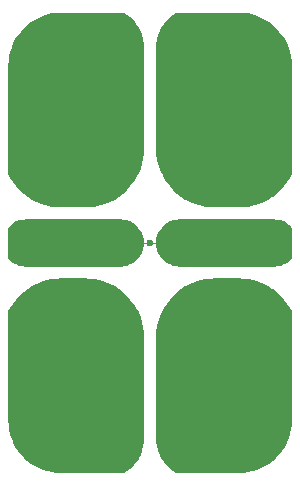
<source format=gbl>
G04 #@! TF.GenerationSoftware,KiCad,Pcbnew,8.0.1*
G04 #@! TF.CreationDate,2024-10-16T00:10:43-06:00*
G04 #@! TF.ProjectId,electrode1,656c6563-7472-46f6-9465-312e6b696361,rev?*
G04 #@! TF.SameCoordinates,Original*
G04 #@! TF.FileFunction,Copper,L2,Bot*
G04 #@! TF.FilePolarity,Positive*
%FSLAX46Y46*%
G04 Gerber Fmt 4.6, Leading zero omitted, Abs format (unit mm)*
G04 Created by KiCad (PCBNEW 8.0.1) date 2024-10-16 00:10:43*
%MOMM*%
%LPD*%
G01*
G04 APERTURE LIST*
G04 #@! TA.AperFunction,ViaPad*
%ADD10C,0.600000*%
G04 #@! TD*
G04 #@! TA.AperFunction,Conductor*
%ADD11C,0.100000*%
G04 #@! TD*
G04 #@! TA.AperFunction,Conductor*
%ADD12C,0.200000*%
G04 #@! TD*
G04 APERTURE END LIST*
D10*
X155200000Y-99850000D03*
X155700000Y-89700000D03*
X159200000Y-89700000D03*
X160000000Y-99800000D03*
X157500000Y-95000000D03*
D11*
X157500000Y-95000000D02*
X161100000Y-95000000D01*
X157500000Y-95000000D02*
X154700000Y-95000000D01*
D12*
X153350000Y-87350000D02*
X153350000Y-85750000D01*
X155700000Y-89700000D02*
X153350000Y-87350000D01*
X153200000Y-101750000D02*
X153200000Y-102000000D01*
X155200000Y-99750000D02*
X153200000Y-101750000D01*
X160300000Y-88600000D02*
X160300000Y-88400000D01*
X159200000Y-89700000D02*
X160300000Y-88600000D01*
X161700000Y-101500000D02*
X162450000Y-101500000D01*
X160000000Y-99800000D02*
X161700000Y-101500000D01*
G04 #@! TA.AperFunction,Conductor*
G36*
X165002702Y-98000117D02*
G01*
X165430392Y-98018791D01*
X165441129Y-98019731D01*
X165862874Y-98075254D01*
X165873512Y-98077129D01*
X166288818Y-98169201D01*
X166299258Y-98171999D01*
X166704945Y-98299911D01*
X166715092Y-98303604D01*
X167108098Y-98466393D01*
X167117890Y-98470959D01*
X167495215Y-98667382D01*
X167504555Y-98672775D01*
X167840787Y-98886978D01*
X167863311Y-98901328D01*
X167872172Y-98907532D01*
X168209645Y-99166484D01*
X168217932Y-99173438D01*
X168531542Y-99460808D01*
X168539191Y-99468457D01*
X168826561Y-99782067D01*
X168833515Y-99790354D01*
X169092467Y-100127827D01*
X169098671Y-100136688D01*
X169327216Y-100495430D01*
X169332625Y-100504798D01*
X169485489Y-100798447D01*
X169499500Y-100855704D01*
X169499500Y-109997293D01*
X169499382Y-110002702D01*
X169482614Y-110386750D01*
X169481671Y-110397526D01*
X169431849Y-110775957D01*
X169429971Y-110786610D01*
X169347354Y-111159272D01*
X169344554Y-111169721D01*
X169229775Y-111533755D01*
X169226075Y-111543921D01*
X169080002Y-111896572D01*
X169075430Y-111906376D01*
X168899183Y-112244942D01*
X168893775Y-112254310D01*
X168688681Y-112576244D01*
X168682476Y-112585105D01*
X168450110Y-112887930D01*
X168443156Y-112896217D01*
X168185284Y-113177635D01*
X168177635Y-113185284D01*
X167896217Y-113443156D01*
X167887930Y-113450110D01*
X167585105Y-113682476D01*
X167576244Y-113688681D01*
X167254310Y-113893775D01*
X167244942Y-113899183D01*
X166906376Y-114075430D01*
X166896572Y-114080002D01*
X166543921Y-114226075D01*
X166533755Y-114229775D01*
X166169721Y-114344554D01*
X166159272Y-114347354D01*
X165786610Y-114429971D01*
X165775957Y-114431849D01*
X165397526Y-114481671D01*
X165386750Y-114482614D01*
X165002703Y-114499382D01*
X164997294Y-114499500D01*
X159738088Y-114499500D01*
X159671049Y-114479815D01*
X159670614Y-114479535D01*
X159448199Y-114335096D01*
X159437700Y-114327468D01*
X159163089Y-114105093D01*
X159153444Y-114096408D01*
X158903591Y-113846555D01*
X158894906Y-113836910D01*
X158672528Y-113562295D01*
X158664906Y-113551804D01*
X158472439Y-113255433D01*
X158465969Y-113244227D01*
X158305535Y-112929357D01*
X158300266Y-112917521D01*
X158173629Y-112587622D01*
X158169620Y-112575283D01*
X158149129Y-112498811D01*
X158078161Y-112233956D01*
X158075465Y-112221266D01*
X158020190Y-111872271D01*
X158018833Y-111859362D01*
X158000170Y-111503242D01*
X158000000Y-111496753D01*
X158000000Y-103002706D01*
X158000118Y-102997297D01*
X158018791Y-102569605D01*
X158019731Y-102558872D01*
X158075255Y-102137121D01*
X158077128Y-102126491D01*
X158169202Y-101711175D01*
X158172000Y-101700737D01*
X158299913Y-101295046D01*
X158303601Y-101284914D01*
X158466396Y-100891892D01*
X158470954Y-100882118D01*
X158667387Y-100504774D01*
X158672769Y-100495453D01*
X158901334Y-100136678D01*
X158907525Y-100127835D01*
X159166491Y-99790345D01*
X159173429Y-99782076D01*
X159460819Y-99468445D01*
X159468445Y-99460819D01*
X159782076Y-99173429D01*
X159790345Y-99166491D01*
X160127835Y-98907525D01*
X160136678Y-98901334D01*
X160495453Y-98672769D01*
X160504774Y-98667387D01*
X160882118Y-98470954D01*
X160891892Y-98466396D01*
X161284914Y-98303601D01*
X161295046Y-98299913D01*
X161700746Y-98171997D01*
X161711175Y-98169202D01*
X162126491Y-98077128D01*
X162137121Y-98075255D01*
X162558872Y-98019731D01*
X162569605Y-98018791D01*
X162997297Y-98000117D01*
X163002706Y-98000000D01*
X164997294Y-98000000D01*
X165002702Y-98000117D01*
G37*
G04 #@! TD.AperFunction*
G04 #@! TA.AperFunction,Conductor*
G36*
X152002702Y-98000117D02*
G01*
X152430392Y-98018791D01*
X152441129Y-98019731D01*
X152862874Y-98075254D01*
X152873512Y-98077129D01*
X153288818Y-98169201D01*
X153299258Y-98171999D01*
X153704945Y-98299911D01*
X153715092Y-98303604D01*
X154108098Y-98466393D01*
X154117890Y-98470959D01*
X154495215Y-98667382D01*
X154504555Y-98672775D01*
X154840787Y-98886978D01*
X154863311Y-98901328D01*
X154872172Y-98907532D01*
X155209645Y-99166484D01*
X155217932Y-99173438D01*
X155531542Y-99460808D01*
X155539191Y-99468457D01*
X155826561Y-99782067D01*
X155833515Y-99790354D01*
X156092467Y-100127827D01*
X156098671Y-100136688D01*
X156327216Y-100495430D01*
X156332625Y-100504798D01*
X156529037Y-100882103D01*
X156533609Y-100891907D01*
X156696391Y-101284897D01*
X156700091Y-101295063D01*
X156827999Y-101700737D01*
X156830799Y-101711185D01*
X156922868Y-102126479D01*
X156924746Y-102137133D01*
X156980266Y-102558851D01*
X156981209Y-102569627D01*
X156999882Y-102997297D01*
X157000000Y-103002706D01*
X157000000Y-111496753D01*
X156999830Y-111503243D01*
X156981166Y-111859363D01*
X156979809Y-111872271D01*
X156924534Y-112221266D01*
X156921836Y-112233962D01*
X156830379Y-112575283D01*
X156826368Y-112587627D01*
X156699738Y-112917510D01*
X156694459Y-112929367D01*
X156534037Y-113244214D01*
X156527551Y-113255447D01*
X156449041Y-113376343D01*
X156335100Y-113551795D01*
X156327471Y-113562295D01*
X156105093Y-113836910D01*
X156096408Y-113846555D01*
X155846555Y-114096408D01*
X155836910Y-114105093D01*
X155562299Y-114327468D01*
X155551799Y-114335097D01*
X155407670Y-114428696D01*
X155329447Y-114479495D01*
X155262503Y-114499499D01*
X155261912Y-114499500D01*
X150002706Y-114499500D01*
X149997297Y-114499382D01*
X149613249Y-114482614D01*
X149602473Y-114481671D01*
X149224042Y-114431849D01*
X149213389Y-114429971D01*
X148840727Y-114347354D01*
X148830278Y-114344554D01*
X148466244Y-114229775D01*
X148456078Y-114226075D01*
X148103427Y-114080002D01*
X148093623Y-114075430D01*
X147755057Y-113899183D01*
X147745689Y-113893775D01*
X147423755Y-113688681D01*
X147414894Y-113682476D01*
X147112069Y-113450110D01*
X147103782Y-113443156D01*
X146822364Y-113185284D01*
X146814715Y-113177635D01*
X146556843Y-112896217D01*
X146549889Y-112887930D01*
X146317523Y-112585105D01*
X146311318Y-112576244D01*
X146106224Y-112254310D01*
X146100816Y-112244942D01*
X145924569Y-111906376D01*
X145919997Y-111896572D01*
X145773920Y-111543911D01*
X145770224Y-111533755D01*
X145760604Y-111503243D01*
X145655442Y-111169710D01*
X145652648Y-111159284D01*
X145570025Y-110786597D01*
X145568152Y-110775971D01*
X145518326Y-110397506D01*
X145517386Y-110386771D01*
X145500618Y-110002702D01*
X145500500Y-109997293D01*
X145500500Y-100855704D01*
X145514511Y-100798447D01*
X145667387Y-100504774D01*
X145672769Y-100495453D01*
X145901334Y-100136678D01*
X145907525Y-100127835D01*
X146166491Y-99790345D01*
X146173429Y-99782076D01*
X146460819Y-99468445D01*
X146468445Y-99460819D01*
X146782076Y-99173429D01*
X146790345Y-99166491D01*
X147127835Y-98907525D01*
X147136678Y-98901334D01*
X147495453Y-98672769D01*
X147504774Y-98667387D01*
X147882118Y-98470954D01*
X147891892Y-98466396D01*
X148284914Y-98303601D01*
X148295046Y-98299913D01*
X148700746Y-98171997D01*
X148711175Y-98169202D01*
X149126491Y-98077128D01*
X149137121Y-98075255D01*
X149558872Y-98019731D01*
X149569605Y-98018791D01*
X149997297Y-98000117D01*
X150002706Y-98000000D01*
X151997294Y-98000000D01*
X152002702Y-98000117D01*
G37*
G04 #@! TD.AperFunction*
G04 #@! TA.AperFunction,Conductor*
G36*
X155004418Y-93000316D02*
G01*
X155275790Y-93019724D01*
X155293291Y-93022241D01*
X155554803Y-93079129D01*
X155571762Y-93084108D01*
X155822524Y-93177638D01*
X155838616Y-93184987D01*
X156073501Y-93313244D01*
X156088375Y-93322802D01*
X156302624Y-93483188D01*
X156315994Y-93494774D01*
X156505225Y-93684005D01*
X156516811Y-93697375D01*
X156677193Y-93911619D01*
X156686758Y-93926503D01*
X156815011Y-94161382D01*
X156822361Y-94177475D01*
X156915888Y-94428229D01*
X156920872Y-94445205D01*
X156977757Y-94706702D01*
X156980275Y-94724214D01*
X156999367Y-94991154D01*
X156999367Y-95008846D01*
X156980275Y-95275785D01*
X156977757Y-95293297D01*
X156920872Y-95554794D01*
X156915888Y-95571770D01*
X156822361Y-95822524D01*
X156815011Y-95838617D01*
X156686758Y-96073496D01*
X156677193Y-96088380D01*
X156516811Y-96302624D01*
X156505225Y-96315994D01*
X156315994Y-96505225D01*
X156302624Y-96516811D01*
X156088380Y-96677193D01*
X156073496Y-96686758D01*
X155838617Y-96815011D01*
X155822524Y-96822361D01*
X155571770Y-96915888D01*
X155554794Y-96920872D01*
X155293297Y-96977757D01*
X155275785Y-96980275D01*
X155004418Y-96999684D01*
X154995572Y-97000000D01*
X147004428Y-97000000D01*
X146995582Y-96999684D01*
X146724214Y-96980275D01*
X146706702Y-96977757D01*
X146445205Y-96920872D01*
X146428229Y-96915888D01*
X146177475Y-96822361D01*
X146161382Y-96815011D01*
X145926503Y-96686758D01*
X145911619Y-96677193D01*
X145697375Y-96516811D01*
X145684005Y-96505225D01*
X145536819Y-96358039D01*
X145503334Y-96296716D01*
X145500500Y-96270358D01*
X145500500Y-93729642D01*
X145520185Y-93662603D01*
X145536813Y-93641966D01*
X145684018Y-93494761D01*
X145697366Y-93483195D01*
X145911630Y-93322798D01*
X145926491Y-93313248D01*
X146161388Y-93184985D01*
X146177470Y-93177640D01*
X146428241Y-93084107D01*
X146445192Y-93079130D01*
X146706710Y-93022240D01*
X146724207Y-93019724D01*
X146995582Y-93000316D01*
X147004428Y-93000000D01*
X154995572Y-93000000D01*
X155004418Y-93000316D01*
G37*
G04 #@! TD.AperFunction*
G04 #@! TA.AperFunction,Conductor*
G36*
X165002702Y-75500617D02*
G01*
X165386771Y-75517386D01*
X165397506Y-75518326D01*
X165775971Y-75568152D01*
X165786597Y-75570025D01*
X166159284Y-75652648D01*
X166169710Y-75655442D01*
X166533765Y-75770227D01*
X166543911Y-75773920D01*
X166896578Y-75920000D01*
X166906369Y-75924566D01*
X167244942Y-76100816D01*
X167254310Y-76106224D01*
X167576244Y-76311318D01*
X167585105Y-76317523D01*
X167887930Y-76549889D01*
X167896217Y-76556843D01*
X168177635Y-76814715D01*
X168185284Y-76822364D01*
X168443156Y-77103782D01*
X168450110Y-77112069D01*
X168682476Y-77414894D01*
X168688681Y-77423755D01*
X168893775Y-77745689D01*
X168899183Y-77755057D01*
X169075430Y-78093623D01*
X169080002Y-78103427D01*
X169226075Y-78456078D01*
X169229775Y-78466244D01*
X169344554Y-78830278D01*
X169347354Y-78840727D01*
X169429971Y-79213389D01*
X169431849Y-79224042D01*
X169481671Y-79602473D01*
X169482614Y-79613249D01*
X169499382Y-79997297D01*
X169499500Y-80002706D01*
X169499500Y-89144294D01*
X169485489Y-89201551D01*
X169332625Y-89495201D01*
X169327216Y-89504569D01*
X169098671Y-89863311D01*
X169092467Y-89872172D01*
X168833515Y-90209645D01*
X168826561Y-90217932D01*
X168539191Y-90531542D01*
X168531542Y-90539191D01*
X168217932Y-90826561D01*
X168209645Y-90833515D01*
X167872172Y-91092467D01*
X167863311Y-91098671D01*
X167504569Y-91327216D01*
X167495201Y-91332625D01*
X167117896Y-91529037D01*
X167108092Y-91533609D01*
X166715102Y-91696391D01*
X166704936Y-91700091D01*
X166299262Y-91827999D01*
X166288814Y-91830799D01*
X165873520Y-91922868D01*
X165862866Y-91924746D01*
X165441148Y-91980266D01*
X165430372Y-91981209D01*
X165002703Y-91999882D01*
X164997294Y-92000000D01*
X163002706Y-92000000D01*
X162997297Y-91999882D01*
X162569627Y-91981209D01*
X162558851Y-91980266D01*
X162137133Y-91924746D01*
X162126479Y-91922868D01*
X161711185Y-91830799D01*
X161700737Y-91827999D01*
X161295063Y-91700091D01*
X161284897Y-91696391D01*
X160891907Y-91533609D01*
X160882103Y-91529037D01*
X160758666Y-91464780D01*
X160504792Y-91332621D01*
X160495436Y-91327220D01*
X160316059Y-91212943D01*
X160136688Y-91098671D01*
X160127827Y-91092467D01*
X159790354Y-90833515D01*
X159782067Y-90826561D01*
X159468457Y-90539191D01*
X159460808Y-90531542D01*
X159173438Y-90217932D01*
X159166484Y-90209645D01*
X158907532Y-89872172D01*
X158901328Y-89863311D01*
X158886978Y-89840787D01*
X158672775Y-89504555D01*
X158667382Y-89495215D01*
X158470959Y-89117890D01*
X158466390Y-89108092D01*
X158303608Y-88715102D01*
X158299908Y-88704936D01*
X158172000Y-88299262D01*
X158169200Y-88288814D01*
X158077131Y-87873520D01*
X158075253Y-87862866D01*
X158019731Y-87441129D01*
X158018791Y-87430392D01*
X158000118Y-87002702D01*
X158000000Y-86997293D01*
X158000000Y-78503246D01*
X158000170Y-78496757D01*
X158018833Y-78140637D01*
X158020190Y-78127728D01*
X158058173Y-77887914D01*
X158075467Y-77778723D01*
X158078160Y-77766047D01*
X158169623Y-77424705D01*
X158173627Y-77412383D01*
X158300268Y-77082471D01*
X158305532Y-77070649D01*
X158465973Y-76755764D01*
X158472434Y-76744574D01*
X158664912Y-76448185D01*
X158672521Y-76437713D01*
X158894914Y-76163079D01*
X158903581Y-76153454D01*
X159153454Y-75903581D01*
X159163079Y-75894914D01*
X159437712Y-75672522D01*
X159448196Y-75664905D01*
X159670553Y-75520505D01*
X159737498Y-75500501D01*
X159738088Y-75500500D01*
X164934108Y-75500500D01*
X164997294Y-75500500D01*
X165002702Y-75500617D01*
G37*
G04 #@! TD.AperFunction*
G04 #@! TA.AperFunction,Conductor*
G36*
X155328951Y-75520185D02*
G01*
X155329447Y-75520505D01*
X155551798Y-75664902D01*
X155562299Y-75672531D01*
X155836910Y-75894906D01*
X155846555Y-75903591D01*
X156096408Y-76153444D01*
X156105093Y-76163089D01*
X156327471Y-76437704D01*
X156335096Y-76448198D01*
X156527556Y-76744560D01*
X156534033Y-76755779D01*
X156636887Y-76957641D01*
X156694459Y-77070632D01*
X156699738Y-77082489D01*
X156826368Y-77412372D01*
X156830379Y-77424716D01*
X156921836Y-77766037D01*
X156924534Y-77778733D01*
X156979809Y-78127728D01*
X156981166Y-78140636D01*
X156999830Y-78496756D01*
X157000000Y-78503246D01*
X157000000Y-86997293D01*
X156999882Y-87002702D01*
X156981209Y-87430372D01*
X156980266Y-87441148D01*
X156924746Y-87862866D01*
X156922868Y-87873520D01*
X156830799Y-88288814D01*
X156827999Y-88299262D01*
X156700091Y-88704936D01*
X156696391Y-88715102D01*
X156533609Y-89108092D01*
X156529037Y-89117896D01*
X156332625Y-89495201D01*
X156327216Y-89504569D01*
X156098671Y-89863311D01*
X156092467Y-89872172D01*
X155833515Y-90209645D01*
X155826561Y-90217932D01*
X155539191Y-90531542D01*
X155531542Y-90539191D01*
X155217932Y-90826561D01*
X155209645Y-90833515D01*
X154872172Y-91092467D01*
X154863311Y-91098671D01*
X154504569Y-91327216D01*
X154495201Y-91332625D01*
X154117896Y-91529037D01*
X154108092Y-91533609D01*
X153715102Y-91696391D01*
X153704936Y-91700091D01*
X153299262Y-91827999D01*
X153288814Y-91830799D01*
X152873520Y-91922868D01*
X152862866Y-91924746D01*
X152441148Y-91980266D01*
X152430372Y-91981209D01*
X152002703Y-91999882D01*
X151997294Y-92000000D01*
X150002706Y-92000000D01*
X149997297Y-91999882D01*
X149569627Y-91981209D01*
X149558851Y-91980266D01*
X149137133Y-91924746D01*
X149126479Y-91922868D01*
X148711185Y-91830799D01*
X148700737Y-91827999D01*
X148295063Y-91700091D01*
X148284897Y-91696391D01*
X147891907Y-91533609D01*
X147882103Y-91529037D01*
X147758666Y-91464780D01*
X147504792Y-91332621D01*
X147495436Y-91327220D01*
X147316059Y-91212943D01*
X147136688Y-91098671D01*
X147127827Y-91092467D01*
X146790354Y-90833515D01*
X146782067Y-90826561D01*
X146468457Y-90539191D01*
X146460808Y-90531542D01*
X146173438Y-90217932D01*
X146166484Y-90209645D01*
X145907532Y-89872172D01*
X145901328Y-89863311D01*
X145886978Y-89840787D01*
X145672775Y-89504555D01*
X145667385Y-89495222D01*
X145514510Y-89201550D01*
X145500500Y-89144294D01*
X145500500Y-80002706D01*
X145500618Y-79997297D01*
X145503377Y-79934108D01*
X145517386Y-79613226D01*
X145518326Y-79602495D01*
X145568152Y-79224025D01*
X145570025Y-79213405D01*
X145652649Y-78840709D01*
X145655440Y-78830295D01*
X145770230Y-78466227D01*
X145773917Y-78456095D01*
X145920003Y-78103412D01*
X145924561Y-78093638D01*
X146100822Y-77755045D01*
X146106217Y-77745700D01*
X146311325Y-77423744D01*
X146317515Y-77414905D01*
X146549896Y-77112060D01*
X146556834Y-77103791D01*
X146814726Y-76822352D01*
X146822352Y-76814726D01*
X147103791Y-76556834D01*
X147112060Y-76549896D01*
X147414905Y-76317515D01*
X147423744Y-76311325D01*
X147745700Y-76106217D01*
X147755045Y-76100822D01*
X148093638Y-75924561D01*
X148103412Y-75920003D01*
X148456095Y-75773917D01*
X148466227Y-75770230D01*
X148830295Y-75655440D01*
X148840709Y-75652649D01*
X149213405Y-75570025D01*
X149224025Y-75568152D01*
X149602495Y-75518326D01*
X149613226Y-75517386D01*
X149997297Y-75500617D01*
X150002706Y-75500500D01*
X155261912Y-75500500D01*
X155328951Y-75520185D01*
G37*
G04 #@! TD.AperFunction*
G04 #@! TA.AperFunction,Conductor*
G36*
X168004418Y-93000316D02*
G01*
X168275790Y-93019724D01*
X168293291Y-93022241D01*
X168554803Y-93079129D01*
X168571762Y-93084108D01*
X168822524Y-93177638D01*
X168838616Y-93184987D01*
X169073501Y-93313244D01*
X169088375Y-93322802D01*
X169302624Y-93483188D01*
X169315994Y-93494774D01*
X169463181Y-93641961D01*
X169496666Y-93703284D01*
X169499500Y-93729642D01*
X169499500Y-96270358D01*
X169479815Y-96337397D01*
X169463185Y-96358034D01*
X169315995Y-96505225D01*
X169315994Y-96505226D01*
X169302624Y-96516811D01*
X169088380Y-96677193D01*
X169073496Y-96686758D01*
X168838617Y-96815011D01*
X168822524Y-96822361D01*
X168571770Y-96915888D01*
X168554794Y-96920872D01*
X168293297Y-96977757D01*
X168275785Y-96980275D01*
X168004418Y-96999684D01*
X167995572Y-97000000D01*
X160004428Y-97000000D01*
X159995582Y-96999684D01*
X159724214Y-96980275D01*
X159706702Y-96977757D01*
X159445205Y-96920872D01*
X159428229Y-96915888D01*
X159177475Y-96822361D01*
X159161382Y-96815011D01*
X158926503Y-96686758D01*
X158911619Y-96677193D01*
X158697375Y-96516811D01*
X158684005Y-96505225D01*
X158494774Y-96315994D01*
X158483188Y-96302624D01*
X158459034Y-96270358D01*
X158322802Y-96088375D01*
X158313244Y-96073501D01*
X158184987Y-95838616D01*
X158177638Y-95822524D01*
X158084108Y-95571762D01*
X158079129Y-95554803D01*
X158022241Y-95293291D01*
X158019724Y-95275785D01*
X158000632Y-95008836D01*
X158000632Y-94991163D01*
X158019724Y-94724207D01*
X158022240Y-94706710D01*
X158079130Y-94445192D01*
X158084107Y-94428241D01*
X158177640Y-94177470D01*
X158184985Y-94161388D01*
X158313248Y-93926491D01*
X158322798Y-93911630D01*
X158483195Y-93697366D01*
X158494767Y-93684012D01*
X158684012Y-93494767D01*
X158697366Y-93483195D01*
X158911630Y-93322798D01*
X158926491Y-93313248D01*
X159161388Y-93184985D01*
X159177470Y-93177640D01*
X159428241Y-93084107D01*
X159445192Y-93079130D01*
X159706710Y-93022240D01*
X159724207Y-93019724D01*
X159995582Y-93000316D01*
X160004428Y-93000000D01*
X167995572Y-93000000D01*
X168004418Y-93000316D01*
G37*
G04 #@! TD.AperFunction*
M02*

</source>
